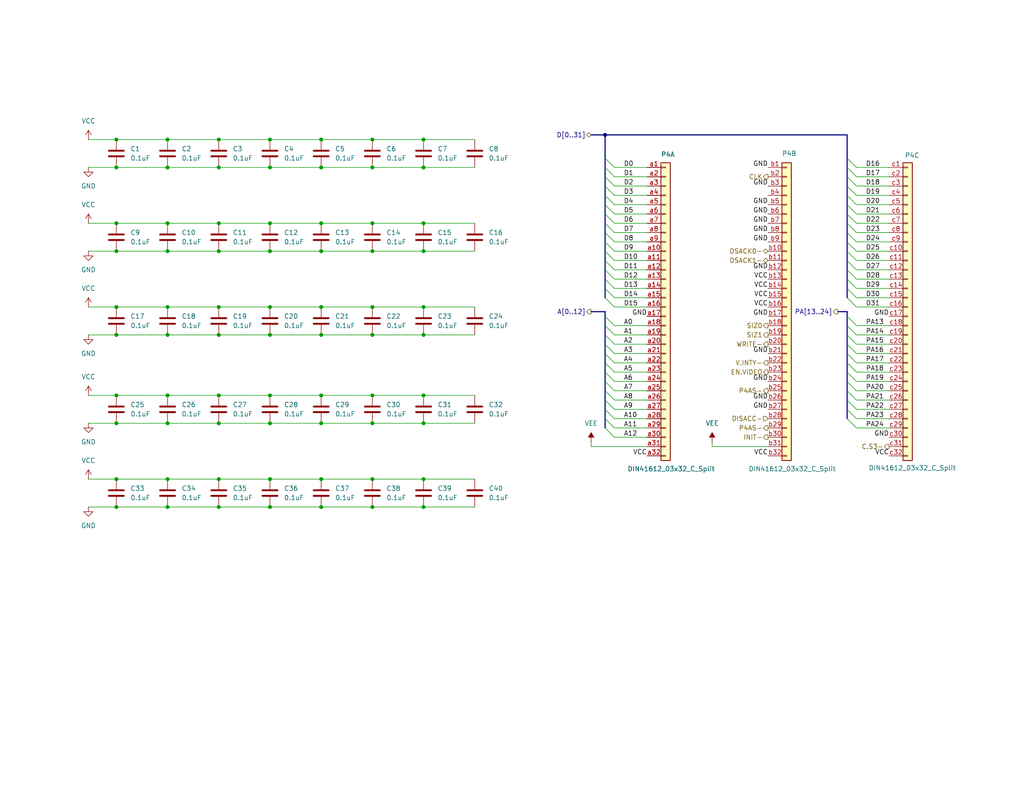
<source format=kicad_sch>
(kicad_sch (version 20250114) (generator "eeschema") (generator_version "9.0")
  (paper "USLetter")
  (lib_symbols
    (symbol "Connector:DIN41612_03x32_C_Split" (pin_names (offset 1.016) (hide yes))
      (property "Reference" "J" (at 0 40.64 0))
      (property "Value" "DIN41612_03x32_C_Split" (at 0 -43.18 0))
      (symbol "DIN41612_03x32_C_Split_1_1"
        (pin passive line (at -5.08 38.1 0) (length 3.81) (name "Pin_a1") (number "a1"))
        (pin passive line (at -5.08 35.56 0) (length 3.81) (name "Pin_a2") (number "a2"))
        (pin passive line (at -5.08 33.02 0) (length 3.81) (name "Pin_a3") (number "a3"))
        (pin passive line (at -5.08 30.48 0) (length 3.81) (name "Pin_a4") (number "a4"))
        (pin passive line (at -5.08 27.94 0) (length 3.81) (name "Pin_a5") (number "a5"))
        (pin passive line (at -5.08 25.4 0) (length 3.81) (name "Pin_a6") (number "a6"))
        (pin passive line (at -5.08 22.86 0) (length 3.81) (name "Pin_a7") (number "a7"))
        (pin passive line (at -5.08 20.32 0) (length 3.81) (name "Pin_a8") (number "a8"))
        (pin passive line (at -5.08 17.78 0) (length 3.81) (name "Pin_a9") (number "a9"))
        (pin passive line (at -5.08 15.24 0) (length 3.81) (name "Pin_a10") (number "a10"))
        (pin passive line (at -5.08 12.7 0) (length 3.81) (name "Pin_a11") (number "a11"))
        (pin passive line (at -5.08 10.16 0) (length 3.81) (name "Pin_a12") (number "a12"))
        (pin passive line (at -5.08 7.62 0) (length 3.81) (name "Pin_a13") (number "a13"))
        (pin passive line (at -5.08 5.08 0) (length 3.81) (name "Pin_a14") (number "a14"))
        (pin passive line (at -5.08 2.54 0) (length 3.81) (name "Pin_a15") (number "a15"))
        (pin passive line (at -5.08 0 0) (length 3.81) (name "Pin_a16") (number "a16"))
        (pin passive line (at -5.08 -2.54 0) (length 3.81) (name "Pin_a17") (number "a17"))
        (pin passive line (at -5.08 -5.08 0) (length 3.81) (name "Pin_a18") (number "a18"))
        (pin passive line (at -5.08 -7.62 0) (length 3.81) (name "Pin_a19") (number "a19"))
        (pin passive line (at -5.08 -10.16 0) (length 3.81) (name "Pin_a20") (number "a20"))
        (pin passive line (at -5.08 -12.7 0) (length 3.81) (name "Pin_a21") (number "a21"))
        (pin passive line (at -5.08 -15.24 0) (length 3.81) (name "Pin_a22") (number "a22"))
        (pin passive line (at -5.08 -17.78 0) (length 3.81) (name "Pin_a23") (number "a23"))
        (pin passive line (at -5.08 -20.32 0) (length 3.81) (name "Pin_a24") (number "a24"))
        (pin passive line (at -5.08 -22.86 0) (length 3.81) (name "Pin_a25") (number "a25"))
        (pin passive line (at -5.08 -25.4 0) (length 3.81) (name "Pin_a26") (number "a26"))
        (pin passive line (at -5.08 -27.94 0) (length 3.81) (name "Pin_a27") (number "a27"))
        (pin passive line (at -5.08 -30.48 0) (length 3.81) (name "Pin_a28") (number "a28"))
        (pin passive line (at -5.08 -33.02 0) (length 3.81) (name "Pin_a29") (number "a29"))
        (pin passive line (at -5.08 -35.56 0) (length 3.81) (name "Pin_a30") (number "a30"))
        (pin passive line (at -5.08 -38.1 0) (length 3.81) (name "Pin_a31") (number "a31"))
        (pin passive line (at -5.08 -40.64 0) (length 3.81) (name "Pin_a32") (number "a32"))
      )
      (symbol "DIN41612_03x32_C_Split_2_1"
        (pin passive line (at -5.08 38.1 0) (length 3.81) (name "Pin_b1") (number "b1"))
        (pin passive line (at -5.08 35.56 0) (length 3.81) (name "Pin_b2") (number "b2"))
        (pin passive line (at -5.08 33.02 0) (length 3.81) (name "Pin_b3") (number "b3"))
        (pin passive line (at -5.08 30.48 0) (length 3.81) (name "Pin_b4") (number "b4"))
        (pin passive line (at -5.08 27.94 0) (length 3.81) (name "Pin_b5") (number "b5"))
        (pin passive line (at -5.08 25.4 0) (length 3.81) (name "Pin_b6") (number "b6"))
        (pin passive line (at -5.08 22.86 0) (length 3.81) (name "Pin_b7") (number "b7"))
        (pin passive line (at -5.08 20.32 0) (length 3.81) (name "Pin_b8") (number "b8"))
        (pin passive line (at -5.08 17.78 0) (length 3.81) (name "Pin_b9") (number "b9"))
        (pin passive line (at -5.08 15.24 0) (length 3.81) (name "Pin_b10") (number "b10"))
        (pin passive line (at -5.08 12.7 0) (length 3.81) (name "Pin_b11") (number "b11"))
        (pin passive line (at -5.08 10.16 0) (length 3.81) (name "Pin_b12") (number "b12"))
        (pin passive line (at -5.08 7.62 0) (length 3.81) (name "Pin_b13") (number "b13"))
        (pin passive line (at -5.08 5.08 0) (length 3.81) (name "Pin_b14") (number "b14"))
        (pin passive line (at -5.08 2.54 0) (length 3.81) (name "Pin_b15") (number "b15"))
        (pin passive line (at -5.08 0 0) (length 3.81) (name "Pin_b16") (number "b16"))
        (pin passive line (at -5.08 -2.54 0) (length 3.81) (name "Pin_b17") (number "b17"))
        (pin passive line (at -5.08 -5.08 0) (length 3.81) (name "Pin_b18") (number "b18"))
        (pin passive line (at -5.08 -7.62 0) (length 3.81) (name "Pin_b19") (number "b19"))
        (pin passive line (at -5.08 -10.16 0) (length 3.81) (name "Pin_b20") (number "b20"))
        (pin passive line (at -5.08 -12.7 0) (length 3.81) (name "Pin_b21") (number "b21"))
        (pin passive line (at -5.08 -15.24 0) (length 3.81) (name "Pin_b22") (number "b22"))
        (pin passive line (at -5.08 -17.78 0) (length 3.81) (name "Pin_b23") (number "b23"))
        (pin passive line (at -5.08 -20.32 0) (length 3.81) (name "Pin_b24") (number "b24"))
        (pin passive line (at -5.08 -22.86 0) (length 3.81) (name "Pin_b25") (number "b25"))
        (pin passive line (at -5.08 -25.4 0) (length 3.81) (name "Pin_b26") (number "b26"))
        (pin passive line (at -5.08 -27.94 0) (length 3.81) (name "Pin_b27") (number "b27"))
        (pin passive line (at -5.08 -30.48 0) (length 3.81) (name "Pin_b28") (number "b28"))
        (pin passive line (at -5.08 -33.02 0) (length 3.81) (name "Pin_b29") (number "b29"))
        (pin passive line (at -5.08 -35.56 0) (length 3.81) (name "Pin_b30") (number "b30"))
        (pin passive line (at -5.08 -38.1 0) (length 3.81) (name "Pin_b31") (number "b31"))
        (pin passive line (at -5.08 -40.64 0) (length 3.81) (name "Pin_b32") (number "b32"))
      )
      (symbol "DIN41612_03x32_C_Split_3_1"
        (pin passive line (at -5.08 38.1 0) (length 3.81) (name "Pin_c1") (number "c1"))
        (pin passive line (at -5.08 35.56 0) (length 3.81) (name "Pin_c2") (number "c2"))
        (pin passive line (at -5.08 33.02 0) (length 3.81) (name "Pin_c3") (number "c3"))
        (pin passive line (at -5.08 30.48 0) (length 3.81) (name "Pin_c4") (number "c4"))
        (pin passive line (at -5.08 27.94 0) (length 3.81) (name "Pin_c5") (number "c5"))
        (pin passive line (at -5.08 25.4 0) (length 3.81) (name "Pin_c6") (number "c6"))
        (pin passive line (at -5.08 22.86 0) (length 3.81) (name "Pin_c7") (number "c7"))
        (pin passive line (at -5.08 20.32 0) (length 3.81) (name "Pin_c8") (number "c8"))
        (pin passive line (at -5.08 17.78 0) (length 3.81) (name "Pin_c9") (number "c9"))
        (pin passive line (at -5.08 15.24 0) (length 3.81) (name "Pin_c10") (number "c10"))
        (pin passive line (at -5.08 12.7 0) (length 3.81) (name "Pin_c11") (number "c11"))
        (pin passive line (at -5.08 10.16 0) (length 3.81) (name "Pin_c12") (number "c12"))
        (pin passive line (at -5.08 7.62 0) (length 3.81) (name "Pin_c13") (number "c13"))
        (pin passive line (at -5.08 5.08 0) (length 3.81) (name "Pin_c14") (number "c14"))
        (pin passive line (at -5.08 2.54 0) (length 3.81) (name "Pin_c15") (number "c15"))
        (pin passive line (at -5.08 0 0) (length 3.81) (name "Pin_c16") (number "c16"))
        (pin passive line (at -5.08 -2.54 0) (length 3.81) (name "Pin_c17") (number "c17"))
        (pin passive line (at -5.08 -5.08 0) (length 3.81) (name "Pin_c18") (number "c18"))
        (pin passive line (at -5.08 -7.62 0) (length 3.81) (name "Pin_c19") (number "c19"))
        (pin passive line (at -5.08 -10.16 0) (length 3.81) (name "Pin_c20") (number "c20"))
        (pin passive line (at -5.08 -12.7 0) (length 3.81) (name "Pin_c21") (number "c21"))
        (pin passive line (at -5.08 -15.24 0) (length 3.81) (name "Pin_c22") (number "c22"))
        (pin passive line (at -5.08 -17.78 0) (length 3.81) (name "Pin_c23") (number "c23"))
        (pin passive line (at -5.08 -20.32 0) (length 3.81) (name "Pin_c24") (number "c24"))
        (pin passive line (at -5.08 -22.86 0) (length 3.81) (name "Pin_c25") (number "c25"))
        (pin passive line (at -5.08 -25.4 0) (length 3.81) (name "Pin_c26") (number "c26"))
        (pin passive line (at -5.08 -27.94 0) (length 3.81) (name "Pin_c27") (number "c27"))
        (pin passive line (at -5.08 -30.48 0) (length 3.81) (name "Pin_c28") (number "c28"))
        (pin passive line (at -5.08 -33.02 0) (length 3.81) (name "Pin_c29") (number "c29"))
        (pin passive line (at -5.08 -35.56 0) (length 3.81) (name "Pin_c30") (number "c30"))
        (pin passive line (at -5.08 -38.1 0) (length 3.81) (name "Pin_c31") (number "c31"))
        (pin passive line (at -5.08 -40.64 0) (length 3.81) (name "Pin_c32") (number "c32"))
      )
    )
    (symbol "Device:C" (pin_numbers (hide yes)) (pin_names (offset 0.254))
      (property "Reference" "C" (at 0.635 2.54 0))
      (property "Value" "C" (at 0.635 -2.54 0))
      (symbol "C_1_1"
        (pin passive line (at 0 3.81 270) (length 2.794) (name "~") (number "1"))
        (pin passive line (at 0 -3.81 90) (length 2.794) (name "~") (number "2"))
      )
    )
    (symbol "power:GND" (power) (pin_numbers (hide yes)) (pin_names (offset 0) (hide yes))
      (property "Value" "GND" (at 0 -3.81 0))
      (symbol "GND_1_1"
        (pin power_in line (at 0 0 270) (length 0) (name "~") (number "1"))
      )
    )
    (symbol "power:VCC" (power) (pin_numbers (hide yes)) (pin_names (offset 0) (hide yes))
      (property "Value" "VCC" (at 0 3.556 0))
      (symbol "VCC_1_1"
        (pin power_in line (at 0 0 90) (length 0) (name "~") (number "1"))
      )
    )
    (symbol "power:VEE" (power) (pin_numbers (hide yes)) (pin_names (offset 0) (hide yes))
      (property "Value" "VEE" (at 0 3.556 0))
      (symbol "VEE_1_1"
        (pin power_in line (at 0 0 90) (length 0) (name "~") (number "1"))
      )
    )
  )
  (junction (at 31.75 83.82))
  (junction (at 59.69 38.1))
  (junction (at 31.75 68.58))
  (junction (at 45.72 107.95))
  (junction (at 59.69 68.58))
  (junction (at 115.57 60.96))
  (junction (at 45.72 68.58))
  (junction (at 73.66 91.44))
  (junction (at 31.75 91.44))
  (junction (at 87.63 115.57))
  (junction (at 101.6 115.57))
  (junction (at 59.69 138.43))
  (junction (at 59.69 45.72))
  (junction (at 115.57 45.72))
  (junction (at 73.66 83.82))
  (junction (at 73.66 115.57))
  (junction (at 59.69 130.81))
  (junction (at 87.63 107.95))
  (junction (at 59.69 91.44))
  (junction (at 59.69 107.95))
  (junction (at 101.6 68.58))
  (junction (at 73.66 60.96))
  (junction (at 31.75 60.96))
  (junction (at 101.6 38.1))
  (junction (at 115.57 107.95))
  (junction (at 45.72 130.81))
  (junction (at 45.72 83.82))
  (junction (at 101.6 138.43))
  (junction (at 87.63 91.44))
  (junction (at 73.66 45.72))
  (junction (at 87.63 60.96))
  (junction (at 115.57 68.58))
  (junction (at 115.57 83.82))
  (junction (at 115.57 130.81))
  (junction (at 115.57 115.57))
  (junction (at 45.72 38.1))
  (junction (at 115.57 138.43))
  (junction (at 73.66 130.81))
  (junction (at 87.63 130.81))
  (junction (at 73.66 38.1))
  (junction (at 59.69 115.57))
  (junction (at 87.63 83.82))
  (junction (at 45.72 138.43))
  (junction (at 87.63 138.43))
  (junction (at 31.75 45.72))
  (junction (at 87.63 45.72))
  (junction (at 101.6 91.44))
  (junction (at 31.75 107.95))
  (junction (at 73.66 68.58))
  (junction (at 31.75 138.43))
  (junction (at 101.6 130.81))
  (junction (at 87.63 68.58))
  (junction (at 87.63 38.1))
  (junction (at 45.72 115.57))
  (junction (at 59.69 83.82))
  (junction (at 59.69 60.96))
  (junction (at 101.6 60.96))
  (junction (at 73.66 138.43))
  (junction (at 45.72 45.72))
  (junction (at 115.57 38.1))
  (junction (at 115.57 91.44))
  (junction (at 31.75 115.57))
  (junction (at 31.75 38.1))
  (junction (at 101.6 107.95))
  (junction (at 31.75 130.81))
  (junction (at 45.72 91.44))
  (junction (at 165.1 36.83))
  (junction (at 101.6 83.82))
  (junction (at 73.66 107.95))
  (junction (at 45.72 60.96))
  (junction (at 101.6 45.72))
  (bus_entry (at 165.1 106.68) (size 2.54 2.54))
  (bus_entry (at 231.14 86.36) (size 2.54 2.54))
  (bus_entry (at 165.1 45.72) (size 2.54 2.54))
  (bus_entry (at 231.14 55.88) (size 2.54 2.54))
  (bus_entry (at 231.14 99.06) (size 2.54 2.54))
  (bus_entry (at 231.14 73.66) (size 2.54 2.54))
  (bus_entry (at 231.14 96.52) (size 2.54 2.54))
  (bus_entry (at 165.1 50.8) (size 2.54 2.54))
  (bus_entry (at 231.14 88.9) (size 2.54 2.54))
  (bus_entry (at 231.14 104.14) (size 2.54 2.54))
  (bus_entry (at 165.1 99.06) (size 2.54 2.54))
  (bus_entry (at 231.14 71.12) (size 2.54 2.54))
  (bus_entry (at 165.1 86.36) (size 2.54 2.54))
  (bus_entry (at 165.1 109.22) (size 2.54 2.54))
  (bus_entry (at 231.14 63.5) (size 2.54 2.54))
  (bus_entry (at 231.14 68.58) (size 2.54 2.54))
  (bus_entry (at 231.14 91.44) (size 2.54 2.54))
  (bus_entry (at 165.1 73.66) (size 2.54 2.54))
  (bus_entry (at 165.1 81.28) (size 2.54 2.54))
  (bus_entry (at 165.1 58.42) (size 2.54 2.54))
  (bus_entry (at 165.1 53.34) (size 2.54 2.54))
  (bus_entry (at 231.14 60.96) (size 2.54 2.54))
  (bus_entry (at 165.1 104.14) (size 2.54 2.54))
  (bus_entry (at 231.14 58.42) (size 2.54 2.54))
  (bus_entry (at 165.1 93.98) (size 2.54 2.54))
  (bus_entry (at 231.14 111.76) (size 2.54 2.54))
  (bus_entry (at 231.14 45.72) (size 2.54 2.54))
  (bus_entry (at 165.1 55.88) (size 2.54 2.54))
  (bus_entry (at 165.1 66.04) (size 2.54 2.54))
  (bus_entry (at 231.14 106.68) (size 2.54 2.54))
  (bus_entry (at 165.1 91.44) (size 2.54 2.54))
  (bus_entry (at 231.14 109.22) (size 2.54 2.54))
  (bus_entry (at 165.1 60.96) (size 2.54 2.54))
  (bus_entry (at 165.1 116.84) (size 2.54 2.54))
  (bus_entry (at 165.1 111.76) (size 2.54 2.54))
  (bus_entry (at 165.1 43.18) (size 2.54 2.54))
  (bus_entry (at 165.1 88.9) (size 2.54 2.54))
  (bus_entry (at 231.14 101.6) (size 2.54 2.54))
  (bus_entry (at 165.1 71.12) (size 2.54 2.54))
  (bus_entry (at 165.1 76.2) (size 2.54 2.54))
  (bus_entry (at 165.1 63.5) (size 2.54 2.54))
  (bus_entry (at 231.14 48.26) (size 2.54 2.54))
  (bus_entry (at 165.1 78.74) (size 2.54 2.54))
  (bus_entry (at 231.14 53.34) (size 2.54 2.54))
  (bus_entry (at 231.14 66.04) (size 2.54 2.54))
  (bus_entry (at 165.1 48.26) (size 2.54 2.54))
  (bus_entry (at 231.14 50.8) (size 2.54 2.54))
  (bus_entry (at 165.1 114.3) (size 2.54 2.54))
  (bus_entry (at 231.14 78.74) (size 2.54 2.54))
  (bus_entry (at 231.14 93.98) (size 2.54 2.54))
  (bus_entry (at 165.1 96.52) (size 2.54 2.54))
  (bus_entry (at 231.14 76.2) (size 2.54 2.54))
  (bus_entry (at 231.14 81.28) (size 2.54 2.54))
  (bus_entry (at 231.14 43.18) (size 2.54 2.54))
  (bus_entry (at 165.1 68.58) (size 2.54 2.54))
  (bus_entry (at 231.14 114.3) (size 2.54 2.54))
  (bus_entry (at 165.1 101.6) (size 2.54 2.54))
  (wire (pts (xy 73.66 60.96) (xy 87.63 60.96)))
  (bus (pts (xy 231.14 85.09) (xy 231.14 86.36)))
  (wire (pts (xy 31.75 115.57) (xy 45.72 115.57)))
  (wire (pts (xy 101.6 138.43) (xy 115.57 138.43)))
  (bus (pts (xy 165.1 96.52) (xy 165.1 99.06)))
  (wire (pts (xy 233.68 66.04) (xy 242.57 66.04)))
  (bus (pts (xy 165.1 86.36) (xy 165.1 88.9)))
  (wire (pts (xy 31.75 107.95) (xy 45.72 107.95)))
  (wire (pts (xy 115.57 38.1) (xy 129.54 38.1)))
  (bus (pts (xy 165.1 76.2) (xy 165.1 78.74)))
  (bus (pts (xy 165.1 99.06) (xy 165.1 101.6)))
  (wire (pts (xy 24.13 115.57) (xy 31.75 115.57)))
  (wire (pts (xy 167.64 63.5) (xy 176.53 63.5)))
  (wire (pts (xy 73.66 38.1) (xy 87.63 38.1)))
  (bus (pts (xy 165.1 106.68) (xy 165.1 109.22)))
  (bus (pts (xy 231.14 93.98) (xy 231.14 96.52)))
  (wire (pts (xy 167.64 116.84) (xy 176.53 116.84)))
  (wire (pts (xy 167.64 66.04) (xy 176.53 66.04)))
  (bus (pts (xy 231.14 109.22) (xy 231.14 111.76)))
  (bus (pts (xy 231.14 43.18) (xy 231.14 45.72)))
  (wire (pts (xy 167.64 53.34) (xy 176.53 53.34)))
  (wire (pts (xy 115.57 68.58) (xy 129.54 68.58)))
  (bus (pts (xy 231.14 104.14) (xy 231.14 106.68)))
  (wire (pts (xy 31.75 68.58) (xy 45.72 68.58)))
  (wire (pts (xy 194.31 120.65) (xy 194.31 121.92)))
  (bus (pts (xy 231.14 63.5) (xy 231.14 66.04)))
  (bus (pts (xy 228.6 85.09) (xy 231.14 85.09)))
  (wire (pts (xy 59.69 91.44) (xy 73.66 91.44)))
  (wire (pts (xy 167.64 111.76) (xy 176.53 111.76)))
  (bus (pts (xy 165.1 58.42) (xy 165.1 60.96)))
  (bus (pts (xy 231.14 48.26) (xy 231.14 50.8)))
  (wire (pts (xy 167.64 99.06) (xy 176.53 99.06)))
  (wire (pts (xy 115.57 138.43) (xy 129.54 138.43)))
  (wire (pts (xy 233.68 73.66) (xy 242.57 73.66)))
  (wire (pts (xy 45.72 45.72) (xy 59.69 45.72)))
  (wire (pts (xy 73.66 91.44) (xy 87.63 91.44)))
  (wire (pts (xy 233.68 93.98) (xy 242.57 93.98)))
  (wire (pts (xy 167.64 71.12) (xy 176.53 71.12)))
  (bus (pts (xy 165.1 60.96) (xy 165.1 63.5)))
  (wire (pts (xy 233.68 63.5) (xy 242.57 63.5)))
  (bus (pts (xy 231.14 68.58) (xy 231.14 71.12)))
  (bus (pts (xy 165.1 36.83) (xy 231.14 36.83)))
  (wire (pts (xy 101.6 38.1) (xy 115.57 38.1)))
  (wire (pts (xy 233.68 111.76) (xy 242.57 111.76)))
  (bus (pts (xy 165.1 48.26) (xy 165.1 50.8)))
  (wire (pts (xy 167.64 60.96) (xy 176.53 60.96)))
  (bus (pts (xy 165.1 88.9) (xy 165.1 91.44)))
  (wire (pts (xy 167.64 101.6) (xy 176.53 101.6)))
  (wire (pts (xy 24.13 107.95) (xy 31.75 107.95)))
  (wire (pts (xy 73.66 115.57) (xy 87.63 115.57)))
  (wire (pts (xy 101.6 83.82) (xy 115.57 83.82)))
  (wire (pts (xy 101.6 130.81) (xy 115.57 130.81)))
  (wire (pts (xy 45.72 115.57) (xy 59.69 115.57)))
  (wire (pts (xy 45.72 107.95) (xy 59.69 107.95)))
  (wire (pts (xy 233.68 71.12) (xy 242.57 71.12)))
  (bus (pts (xy 231.14 91.44) (xy 231.14 93.98)))
  (wire (pts (xy 233.68 81.28) (xy 242.57 81.28)))
  (bus (pts (xy 165.1 45.72) (xy 165.1 48.26)))
  (wire (pts (xy 59.69 107.95) (xy 73.66 107.95)))
  (wire (pts (xy 31.75 83.82) (xy 45.72 83.82)))
  (bus (pts (xy 231.14 99.06) (xy 231.14 101.6)))
  (wire (pts (xy 87.63 83.82) (xy 101.6 83.82)))
  (wire (pts (xy 59.69 83.82) (xy 73.66 83.82)))
  (wire (pts (xy 45.72 91.44) (xy 59.69 91.44)))
  (bus (pts (xy 165.1 53.34) (xy 165.1 55.88)))
  (wire (pts (xy 24.13 130.81) (xy 31.75 130.81)))
  (wire (pts (xy 167.64 48.26) (xy 176.53 48.26)))
  (wire (pts (xy 87.63 38.1) (xy 101.6 38.1)))
  (wire (pts (xy 167.64 119.38) (xy 176.53 119.38)))
  (wire (pts (xy 115.57 107.95) (xy 129.54 107.95)))
  (bus (pts (xy 231.14 36.83) (xy 231.14 43.18)))
  (wire (pts (xy 167.64 50.8) (xy 176.53 50.8)))
  (wire (pts (xy 101.6 60.96) (xy 115.57 60.96)))
  (wire (pts (xy 24.13 60.96) (xy 31.75 60.96)))
  (wire (pts (xy 73.66 68.58) (xy 87.63 68.58)))
  (wire (pts (xy 167.64 96.52) (xy 176.53 96.52)))
  (bus (pts (xy 231.14 66.04) (xy 231.14 68.58)))
  (wire (pts (xy 59.69 45.72) (xy 73.66 45.72)))
  (wire (pts (xy 87.63 60.96) (xy 101.6 60.96)))
  (wire (pts (xy 233.68 76.2) (xy 242.57 76.2)))
  (wire (pts (xy 233.68 78.74) (xy 242.57 78.74)))
  (bus (pts (xy 231.14 50.8) (xy 231.14 53.34)))
  (bus (pts (xy 165.1 36.83) (xy 165.1 43.18)))
  (wire (pts (xy 115.57 91.44) (xy 129.54 91.44)))
  (wire (pts (xy 233.68 60.96) (xy 242.57 60.96)))
  (wire (pts (xy 31.75 45.72) (xy 45.72 45.72)))
  (wire (pts (xy 233.68 114.3) (xy 242.57 114.3)))
  (wire (pts (xy 45.72 83.82) (xy 59.69 83.82)))
  (wire (pts (xy 24.13 68.58) (xy 31.75 68.58)))
  (bus (pts (xy 231.14 73.66) (xy 231.14 76.2)))
  (bus (pts (xy 165.1 93.98) (xy 165.1 96.52)))
  (wire (pts (xy 87.63 68.58) (xy 101.6 68.58)))
  (wire (pts (xy 233.68 104.14) (xy 242.57 104.14)))
  (wire (pts (xy 167.64 45.72) (xy 176.53 45.72)))
  (bus (pts (xy 231.14 86.36) (xy 231.14 88.9)))
  (wire (pts (xy 87.63 130.81) (xy 101.6 130.81)))
  (bus (pts (xy 231.14 71.12) (xy 231.14 73.66)))
  (wire (pts (xy 209.55 121.92) (xy 194.31 121.92)))
  (bus (pts (xy 161.29 85.09) (xy 165.1 85.09)))
  (wire (pts (xy 167.64 78.74) (xy 176.53 78.74)))
  (bus (pts (xy 165.1 111.76) (xy 165.1 114.3)))
  (wire (pts (xy 24.13 83.82) (xy 31.75 83.82)))
  (wire (pts (xy 31.75 91.44) (xy 45.72 91.44)))
  (wire (pts (xy 167.64 55.88) (xy 176.53 55.88)))
  (wire (pts (xy 233.68 116.84) (xy 242.57 116.84)))
  (wire (pts (xy 233.68 99.06) (xy 242.57 99.06)))
  (wire (pts (xy 233.68 68.58) (xy 242.57 68.58)))
  (wire (pts (xy 24.13 38.1) (xy 31.75 38.1)))
  (bus (pts (xy 165.1 91.44) (xy 165.1 93.98)))
  (wire (pts (xy 233.68 53.34) (xy 242.57 53.34)))
  (wire (pts (xy 115.57 115.57) (xy 129.54 115.57)))
  (wire (pts (xy 161.29 121.92) (xy 161.29 120.65)))
  (wire (pts (xy 233.68 45.72) (xy 242.57 45.72)))
  (bus (pts (xy 165.1 55.88) (xy 165.1 58.42)))
  (wire (pts (xy 233.68 106.68) (xy 242.57 106.68)))
  (wire (pts (xy 31.75 38.1) (xy 45.72 38.1)))
  (wire (pts (xy 115.57 60.96) (xy 129.54 60.96)))
  (wire (pts (xy 167.64 106.68) (xy 176.53 106.68)))
  (wire (pts (xy 73.66 83.82) (xy 87.63 83.82)))
  (bus (pts (xy 165.1 71.12) (xy 165.1 73.66)))
  (wire (pts (xy 59.69 138.43) (xy 73.66 138.43)))
  (bus (pts (xy 231.14 106.68) (xy 231.14 109.22)))
  (wire (pts (xy 176.53 121.92) (xy 161.29 121.92)))
  (wire (pts (xy 73.66 107.95) (xy 87.63 107.95)))
  (wire (pts (xy 45.72 130.81) (xy 59.69 130.81)))
  (wire (pts (xy 167.64 93.98) (xy 176.53 93.98)))
  (wire (pts (xy 59.69 60.96) (xy 73.66 60.96)))
  (bus (pts (xy 231.14 60.96) (xy 231.14 63.5)))
  (bus (pts (xy 231.14 55.88) (xy 231.14 58.42)))
  (bus (pts (xy 165.1 78.74) (xy 165.1 81.28)))
  (wire (pts (xy 233.68 88.9) (xy 242.57 88.9)))
  (bus (pts (xy 165.1 73.66) (xy 165.1 76.2)))
  (wire (pts (xy 45.72 68.58) (xy 59.69 68.58)))
  (bus (pts (xy 165.1 114.3) (xy 165.1 116.84)))
  (bus (pts (xy 231.14 76.2) (xy 231.14 78.74)))
  (wire (pts (xy 167.64 91.44) (xy 176.53 91.44)))
  (wire (pts (xy 167.64 81.28) (xy 176.53 81.28)))
  (wire (pts (xy 167.64 68.58) (xy 176.53 68.58)))
  (wire (pts (xy 59.69 130.81) (xy 73.66 130.81)))
  (wire (pts (xy 233.68 101.6) (xy 242.57 101.6)))
  (wire (pts (xy 31.75 130.81) (xy 45.72 130.81)))
  (wire (pts (xy 24.13 138.43) (xy 31.75 138.43)))
  (wire (pts (xy 233.68 96.52) (xy 242.57 96.52)))
  (bus (pts (xy 165.1 43.18) (xy 165.1 45.72)))
  (bus (pts (xy 231.14 58.42) (xy 231.14 60.96)))
  (wire (pts (xy 115.57 83.82) (xy 129.54 83.82)))
  (wire (pts (xy 24.13 45.72) (xy 31.75 45.72)))
  (wire (pts (xy 167.64 83.82) (xy 176.53 83.82)))
  (wire (pts (xy 167.64 109.22) (xy 176.53 109.22)))
  (wire (pts (xy 87.63 91.44) (xy 101.6 91.44)))
  (bus (pts (xy 165.1 104.14) (xy 165.1 106.68)))
  (wire (pts (xy 101.6 91.44) (xy 115.57 91.44)))
  (bus (pts (xy 231.14 53.34) (xy 231.14 55.88)))
  (wire (pts (xy 167.64 76.2) (xy 176.53 76.2)))
  (wire (pts (xy 59.69 115.57) (xy 73.66 115.57)))
  (wire (pts (xy 73.66 138.43) (xy 87.63 138.43)))
  (wire (pts (xy 31.75 60.96) (xy 45.72 60.96)))
  (bus (pts (xy 165.1 68.58) (xy 165.1 71.12)))
  (wire (pts (xy 45.72 138.43) (xy 59.69 138.43)))
  (wire (pts (xy 167.64 88.9) (xy 176.53 88.9)))
  (wire (pts (xy 87.63 138.43) (xy 101.6 138.43)))
  (bus (pts (xy 231.14 78.74) (xy 231.14 81.28)))
  (bus (pts (xy 231.14 45.72) (xy 231.14 48.26)))
  (wire (pts (xy 87.63 107.95) (xy 101.6 107.95)))
  (bus (pts (xy 165.1 85.09) (xy 165.1 86.36)))
  (wire (pts (xy 233.68 55.88) (xy 242.57 55.88)))
  (wire (pts (xy 233.68 83.82) (xy 242.57 83.82)))
  (wire (pts (xy 59.69 68.58) (xy 73.66 68.58)))
  (wire (pts (xy 167.64 114.3) (xy 176.53 114.3)))
  (wire (pts (xy 101.6 107.95) (xy 115.57 107.95)))
  (wire (pts (xy 167.64 73.66) (xy 176.53 73.66)))
  (wire (pts (xy 31.75 138.43) (xy 45.72 138.43)))
  (wire (pts (xy 24.13 91.44) (xy 31.75 91.44)))
  (wire (pts (xy 233.68 109.22) (xy 242.57 109.22)))
  (wire (pts (xy 45.72 60.96) (xy 59.69 60.96)))
  (wire (pts (xy 87.63 115.57) (xy 101.6 115.57)))
  (bus (pts (xy 165.1 66.04) (xy 165.1 68.58)))
  (wire (pts (xy 59.69 38.1) (xy 73.66 38.1)))
  (wire (pts (xy 101.6 45.72) (xy 115.57 45.72)))
  (bus (pts (xy 231.14 111.76) (xy 231.14 114.3)))
  (bus (pts (xy 165.1 109.22) (xy 165.1 111.76)))
  (bus (pts (xy 165.1 101.6) (xy 165.1 104.14)))
  (wire (pts (xy 73.66 130.81) (xy 87.63 130.81)))
  (wire (pts (xy 115.57 45.72) (xy 129.54 45.72)))
  (bus (pts (xy 161.29 36.83) (xy 165.1 36.83)))
  (wire (pts (xy 233.68 91.44) (xy 242.57 91.44)))
  (wire (pts (xy 73.66 45.72) (xy 87.63 45.72)))
  (wire (pts (xy 45.72 38.1) (xy 59.69 38.1)))
  (wire (pts (xy 233.68 50.8) (xy 242.57 50.8)))
  (wire (pts (xy 115.57 130.81) (xy 129.54 130.81)))
  (wire (pts (xy 87.63 45.72) (xy 101.6 45.72)))
  (bus (pts (xy 231.14 88.9) (xy 231.14 91.44)))
  (wire (pts (xy 233.68 58.42) (xy 242.57 58.42)))
  (wire (pts (xy 233.68 48.26) (xy 242.57 48.26)))
  (wire (pts (xy 167.64 58.42) (xy 176.53 58.42)))
  (wire (pts (xy 101.6 68.58) (xy 115.57 68.58)))
  (bus (pts (xy 231.14 101.6) (xy 231.14 104.14)))
  (wire (pts (xy 101.6 115.57) (xy 115.57 115.57)))
  (bus (pts (xy 165.1 63.5) (xy 165.1 66.04)))
  (bus (pts (xy 231.14 96.52) (xy 231.14 99.06)))
  (bus (pts (xy 165.1 50.8) (xy 165.1 53.34)))
  (wire (pts (xy 167.64 104.14) (xy 176.53 104.14)))
  (label "D15" (at 170.18 83.82 0))
  (label "D0" (at 170.18 45.72 0))
  (label "A12" (at 170.18 119.38 0))
  (label "VCC" (at 242.57 124.46 180))
  (label "D29" (at 236.22 78.74 0))
  (label "GND" (at 209.55 86.36 180))
  (label "D24" (at 236.22 66.04 0))
  (label "D25" (at 236.22 68.58 0))
  (label "A2" (at 170.18 93.98 0))
  (label "GND" (at 176.53 86.36 180))
  (label "D18" (at 236.22 50.8 0))
  (label "D3" (at 170.18 53.34 0))
  (label "GND" (at 209.55 111.76 180))
  (label "D4" (at 170.18 55.88 0))
  (label "PA20" (at 236.22 106.68 0))
  (label "GND" (at 209.55 66.04 180))
  (label "PA19" (at 236.22 104.14 0))
  (label "A10" (at 170.18 114.3 0))
  (label "VCC" (at 209.55 76.2 180))
  (label "D10" (at 170.18 71.12 0))
  (label "PA21" (at 236.22 109.22 0))
  (label "GND" (at 209.55 60.96 180))
  (label "VCC" (at 209.55 83.82 180))
  (label "A7" (at 170.18 106.68 0))
  (label "A4" (at 170.18 99.06 0))
  (label "D9" (at 170.18 68.58 0))
  (label "A5" (at 170.18 101.6 0))
  (label "D28" (at 236.22 76.2 0))
  (label "A0" (at 170.18 88.9 0))
  (label "D16" (at 236.22 45.72 0))
  (label "PA17" (at 236.22 99.06 0))
  (label "PA18" (at 236.22 101.6 0))
  (label "D19" (at 236.22 53.34 0))
  (label "PA16" (at 236.22 96.52 0))
  (label "PA13" (at 236.22 88.9 0))
  (label "D31" (at 236.22 83.82 0))
  (label "PA15" (at 236.22 93.98 0))
  (label "D2" (at 170.18 50.8 0))
  (label "VCC" (at 176.53 124.46 180))
  (label "D12" (at 170.18 76.2 0))
  (label "GND" (at 209.55 63.5 180))
  (label "PA24" (at 236.22 116.84 0))
  (label "A9" (at 170.18 111.76 0))
  (label "D14" (at 170.18 81.28 0))
  (label "A1" (at 170.18 91.44 0))
  (label "D1" (at 170.18 48.26 0))
  (label "GND" (at 209.55 104.14 180))
  (label "GND" (at 242.57 86.36 180))
  (label "D20" (at 236.22 55.88 0))
  (label "PA22" (at 236.22 111.76 0))
  (label "PA14" (at 236.22 91.44 0))
  (label "D11" (at 170.18 73.66 0))
  (label "PA23" (at 236.22 114.3 0))
  (label "GND" (at 209.55 58.42 180))
  (label "D5" (at 170.18 58.42 0))
  (label "GND" (at 209.55 55.88 180))
  (label "A11" (at 170.18 116.84 0))
  (label "D30" (at 236.22 81.28 0))
  (label "D27" (at 236.22 73.66 0))
  (label "D23" (at 236.22 63.5 0))
  (label "D6" (at 170.18 60.96 0))
  (label "GND" (at 209.55 45.72 180))
  (label "D21" (at 236.22 58.42 0))
  (label "GND" (at 209.55 50.8 180))
  (label "VCC" (at 209.55 78.74 180))
  (label "D26" (at 236.22 71.12 0))
  (label "GND" (at 209.55 109.22 180))
  (label "D13" (at 170.18 78.74 0))
  (label "D17" (at 236.22 48.26 0))
  (label "A8" (at 170.18 109.22 0))
  (label "D7" (at 170.18 63.5 0))
  (label "A3" (at 170.18 96.52 0))
  (label "GND" (at 242.57 119.38 180))
  (label "A6" (at 170.18 104.14 0))
  (label "D8" (at 170.18 66.04 0))
  (label "D22" (at 236.22 60.96 0))
  (label "VCC" (at 209.55 124.46 180))
  (label "GND" (at 209.55 96.52 180))
  (label "VCC" (at 209.55 81.28 180))
  (label "GND" (at 209.55 73.66 180))
  (hierarchical_label "P4AS-" (shape output) (at 209.55 116.84 180))
  (hierarchical_label "SIZ1" (shape output) (at 209.55 91.44 180))
  (hierarchical_label "P4AS-" (shape output) (at 209.55 106.68 180))
  (hierarchical_label "DSACK1-" (shape bidirectional) (at 209.55 71.12 180))
  (hierarchical_label "V.INTY-" (shape output) (at 209.55 99.06 180))
  (hierarchical_label "SIZ0" (shape output) (at 209.55 88.9 180))
  (hierarchical_label "DSACK0-" (shape bidirectional) (at 209.55 68.58 180))
  (hierarchical_label "DISACC-" (shape input) (at 209.55 114.3 180))
  (hierarchical_label "EN.VIDEO" (shape output) (at 209.55 101.6 180))
  (hierarchical_label "INIT-" (shape output) (at 209.55 119.38 180))
  (hierarchical_label "C.S3-" (shape output) (at 242.57 121.92 180))
  (hierarchical_label "WRITE-" (shape output) (at 209.55 93.98 180))
  (hierarchical_label "PA[13..24]" (shape output) (at 228.6 85.09 180))
  (hierarchical_label "D[0..31]" (shape bidirectional) (at 161.29 36.83 180))
  (hierarchical_label "A[0..12]" (shape output) (at 161.29 85.09 180))
  (hierarchical_label "CLK" (shape output) (at 209.55 48.26 180))
  (symbol (lib_id "Device:C") (at 115.57 134.62 0) (unit 1)
    (property "Reference" "C39" (at 119.38 133.3499 0) (effects (justify left)))
    (property "Value" "0.1uF" (at 119.38 135.8899 0) (effects (justify left)))
    (property "Footprint" "Capacitor_THT:C_Rect_L7.0mm_W2.0mm_P5.00mm" (effects (hide yes)))
    (property "Description" "Unpolarized capacitor" (effects (hide yes)))
  )
  (symbol (lib_id "power:GND") (at 24.13 91.44 0) (unit 1)
    (property "Reference" "#PWR010" (effects (hide yes)))
    (property "Value" "GND" (at 24.13 96.52 0))
    (property "Description" "Power symbol creates a global label with name \"GND\" , ground" (effects (hide yes)))
  )
  (symbol (lib_id "power:GND") (at 24.13 115.57 0) (unit 1)
    (property "Reference" "#PWR012" (effects (hide yes)))
    (property "Value" "GND" (at 24.13 120.65 0))
    (property "Description" "Power symbol creates a global label with name \"GND\" , ground" (effects (hide yes)))
  )
  (symbol (lib_id "Device:C") (at 31.75 41.91 0) (unit 1)
    (property "Reference" "C1" (at 35.56 40.6399 0) (effects (justify left)))
    (property "Value" "0.1uF" (at 35.56 43.1799 0) (effects (justify left)))
    (property "Footprint" "Capacitor_THT:C_Rect_L7.0mm_W2.0mm_P5.00mm" (effects (hide yes)))
    (property "Description" "Unpolarized capacitor" (effects (hide yes)))
  )
  (symbol (lib_id "Device:C") (at 73.66 111.76 0) (unit 1)
    (property "Reference" "C28" (at 77.47 110.4899 0) (effects (justify left)))
    (property "Value" "0.1uF" (at 77.47 113.0299 0) (effects (justify left)))
    (property "Footprint" "Capacitor_THT:C_Rect_L7.0mm_W2.0mm_P5.00mm" (effects (hide yes)))
    (property "Description" "Unpolarized capacitor" (effects (hide yes)))
  )
  (symbol (lib_id "Device:C") (at 73.66 87.63 0) (unit 1)
    (property "Reference" "C20" (at 77.47 86.3599 0) (effects (justify left)))
    (property "Value" "0.1uF" (at 77.47 88.8999 0) (effects (justify left)))
    (property "Footprint" "Capacitor_THT:C_Rect_L7.0mm_W2.0mm_P5.00mm" (effects (hide yes)))
    (property "Description" "Unpolarized capacitor" (effects (hide yes)))
  )
  (symbol (lib_id "Device:C") (at 115.57 111.76 0) (unit 1)
    (property "Reference" "C31" (at 119.38 110.4899 0) (effects (justify left)))
    (property "Value" "0.1uF" (at 119.38 113.0299 0) (effects (justify left)))
    (property "Footprint" "Capacitor_THT:C_Rect_L7.0mm_W2.0mm_P5.00mm" (effects (hide yes)))
    (property "Description" "Unpolarized capacitor" (effects (hide yes)))
  )
  (symbol (lib_id "Connector:DIN41612_03x32_C_Split") (at 247.65 83.82 0) (unit 3)
    (property "Reference" "P4" (at 246.888 42.418 0) (effects (justify left)))
    (property "Value" "DIN41612_03x32_C_Split" (at 236.982 127.762 0) (effects (justify left)))
    (property "Footprint" "Connector_DIN:DIN41612_R_3x32_Male_Vertical_THT" (effects (hide yes)))
    (property "Description" "DIN41612 connector, triple row (C), 03x32, split symbol" (effects (hide yes)))
  )
  (symbol (lib_id "power:VCC") (at 24.13 60.96 0) (unit 1)
    (property "Reference" "#PWR07" (effects (hide yes)))
    (property "Value" "VCC" (at 24.13 55.88 0))
    (property "Description" "Power symbol creates a global label with name \"VCC\"" (effects (hide yes)))
  )
  (symbol (lib_id "Device:C") (at 101.6 134.62 0) (unit 1)
    (property "Reference" "C38" (at 105.41 133.3499 0) (effects (justify left)))
    (property "Value" "0.1uF" (at 105.41 135.8899 0) (effects (justify left)))
    (property "Footprint" "Capacitor_THT:C_Rect_L7.0mm_W2.0mm_P5.00mm" (effects (hide yes)))
    (property "Description" "Unpolarized capacitor" (effects (hide yes)))
  )
  (symbol (lib_id "Device:C") (at 87.63 64.77 0) (unit 1)
    (property "Reference" "C13" (at 91.44 63.4999 0) (effects (justify left)))
    (property "Value" "0.1uF" (at 91.44 66.0399 0) (effects (justify left)))
    (property "Footprint" "Capacitor_THT:C_Rect_L7.0mm_W2.0mm_P5.00mm" (effects (hide yes)))
    (property "Description" "Unpolarized capacitor" (effects (hide yes)))
  )
  (symbol (lib_id "Device:C") (at 87.63 111.76 0) (unit 1)
    (property "Reference" "C29" (at 91.44 110.4899 0) (effects (justify left)))
    (property "Value" "0.1uF" (at 91.44 113.0299 0) (effects (justify left)))
    (property "Footprint" "Capacitor_THT:C_Rect_L7.0mm_W2.0mm_P5.00mm" (effects (hide yes)))
    (property "Description" "Unpolarized capacitor" (effects (hide yes)))
  )
  (symbol (lib_id "Device:C") (at 59.69 64.77 0) (unit 1)
    (property "Reference" "C11" (at 63.5 63.4999 0) (effects (justify left)))
    (property "Value" "0.1uF" (at 63.5 66.0399 0) (effects (justify left)))
    (property "Footprint" "Capacitor_THT:C_Rect_L7.0mm_W2.0mm_P5.00mm" (effects (hide yes)))
    (property "Description" "Unpolarized capacitor" (effects (hide yes)))
  )
  (symbol (lib_id "Device:C") (at 129.54 111.76 0) (unit 1)
    (property "Reference" "C32" (at 133.35 110.4899 0) (effects (justify left)))
    (property "Value" "0.1uF" (at 133.35 113.0299 0) (effects (justify left)))
    (property "Footprint" "Capacitor_THT:C_Rect_L7.0mm_W2.0mm_P5.00mm" (effects (hide yes)))
    (property "Description" "Unpolarized capacitor" (effects (hide yes)))
  )
  (symbol (lib_id "Device:C") (at 59.69 134.62 0) (unit 1)
    (property "Reference" "C35" (at 63.5 133.3499 0) (effects (justify left)))
    (property "Value" "0.1uF" (at 63.5 135.8899 0) (effects (justify left)))
    (property "Footprint" "Capacitor_THT:C_Rect_L7.0mm_W2.0mm_P5.00mm" (effects (hide yes)))
    (property "Description" "Unpolarized capacitor" (effects (hide yes)))
  )
  (symbol (lib_id "Device:C") (at 101.6 87.63 0) (unit 1)
    (property "Reference" "C22" (at 105.41 86.3599 0) (effects (justify left)))
    (property "Value" "0.1uF" (at 105.41 88.8999 0) (effects (justify left)))
    (property "Footprint" "Capacitor_THT:C_Rect_L7.0mm_W2.0mm_P5.00mm" (effects (hide yes)))
    (property "Description" "Unpolarized capacitor" (effects (hide yes)))
  )
  (symbol (lib_id "Device:C") (at 129.54 134.62 0) (unit 1)
    (property "Reference" "C40" (at 133.35 133.3499 0) (effects (justify left)))
    (property "Value" "0.1uF" (at 133.35 135.8899 0) (effects (justify left)))
    (property "Footprint" "Capacitor_THT:C_Rect_L7.0mm_W2.0mm_P5.00mm" (effects (hide yes)))
    (property "Description" "Unpolarized capacitor" (effects (hide yes)))
  )
  (symbol (lib_id "power:VCC") (at 24.13 38.1 0) (unit 1)
    (property "Reference" "#PWR06" (effects (hide yes)))
    (property "Value" "VCC" (at 24.13 33.02 0))
    (property "Description" "Power symbol creates a global label with name \"VCC\"" (effects (hide yes)))
  )
  (symbol (lib_id "Connector:DIN41612_03x32_C_Split") (at 181.61 83.82 0) (unit 1)
    (property "Reference" "P4" (at 180.34 42.164 0) (effects (justify left)))
    (property "Value" "DIN41612_03x32_C_Split" (at 171.196 128.016 0) (effects (justify left)))
    (property "Footprint" "Connector_DIN:DIN41612_R_3x32_Male_Vertical_THT" (effects (hide yes)))
    (property "Description" "DIN41612 connector, triple row (C), 03x32, split symbol" (effects (hide yes)))
  )
  (symbol (lib_id "Device:C") (at 115.57 64.77 0) (unit 1)
    (property "Reference" "C15" (at 119.38 63.4999 0) (effects (justify left)))
    (property "Value" "0.1uF" (at 119.38 66.0399 0) (effects (justify left)))
    (property "Footprint" "Capacitor_THT:C_Rect_L7.0mm_W2.0mm_P5.00mm" (effects (hide yes)))
    (property "Description" "Unpolarized capacitor" (effects (hide yes)))
  )
  (symbol (lib_id "Device:C") (at 101.6 111.76 0) (unit 1)
    (property "Reference" "C30" (at 105.41 110.4899 0) (effects (justify left)))
    (property "Value" "0.1uF" (at 105.41 113.0299 0) (effects (justify left)))
    (property "Footprint" "Capacitor_THT:C_Rect_L7.0mm_W2.0mm_P5.00mm" (effects (hide yes)))
    (property "Description" "Unpolarized capacitor" (effects (hide yes)))
  )
  (symbol (lib_id "Device:C") (at 45.72 134.62 0) (unit 1)
    (property "Reference" "C34" (at 49.53 133.3499 0) (effects (justify left)))
    (property "Value" "0.1uF" (at 49.53 135.8899 0) (effects (justify left)))
    (property "Footprint" "Capacitor_THT:C_Rect_L7.0mm_W2.0mm_P5.00mm" (effects (hide yes)))
    (property "Description" "Unpolarized capacitor" (effects (hide yes)))
  )
  (symbol (lib_id "power:VEE") (at 161.29 120.65 0) (unit 1)
    (property "Reference" "#PWR015" (effects (hide yes)))
    (property "Value" "VEE" (at 161.29 115.57 0))
    (property "Description" "Power symbol creates a global label with name \"VEE\"" (effects (hide yes)))
  )
  (symbol (lib_id "Device:C") (at 59.69 111.76 0) (unit 1)
    (property "Reference" "C27" (at 63.5 110.4899 0) (effects (justify left)))
    (property "Value" "0.1uF" (at 63.5 113.0299 0) (effects (justify left)))
    (property "Footprint" "Capacitor_THT:C_Rect_L7.0mm_W2.0mm_P5.00mm" (effects (hide yes)))
    (property "Description" "Unpolarized capacitor" (effects (hide yes)))
  )
  (symbol (lib_id "Device:C") (at 101.6 41.91 0) (unit 1)
    (property "Reference" "C6" (at 105.41 40.6399 0) (effects (justify left)))
    (property "Value" "0.1uF" (at 105.41 43.1799 0) (effects (justify left)))
    (property "Footprint" "Capacitor_THT:C_Rect_L7.0mm_W2.0mm_P5.00mm" (effects (hide yes)))
    (property "Description" "Unpolarized capacitor" (effects (hide yes)))
  )
  (symbol (lib_id "power:GND") (at 24.13 138.43 0) (unit 1)
    (property "Reference" "#PWR014" (effects (hide yes)))
    (property "Value" "GND" (at 24.13 143.51 0))
    (property "Description" "Power symbol creates a global label with name \"GND\" , ground" (effects (hide yes)))
  )
  (symbol (lib_id "Device:C") (at 115.57 41.91 0) (unit 1)
    (property "Reference" "C7" (at 119.38 40.6399 0) (effects (justify left)))
    (property "Value" "0.1uF" (at 119.38 43.1799 0) (effects (justify left)))
    (property "Footprint" "Capacitor_THT:C_Rect_L7.0mm_W2.0mm_P5.00mm" (effects (hide yes)))
    (property "Description" "Unpolarized capacitor" (effects (hide yes)))
  )
  (symbol (lib_id "power:GND") (at 24.13 45.72 0) (unit 1)
    (property "Reference" "#PWR05" (effects (hide yes)))
    (property "Value" "GND" (at 24.13 50.8 0))
    (property "Description" "Power symbol creates a global label with name \"GND\" , ground" (effects (hide yes)))
  )
  (symbol (lib_id "Device:C") (at 73.66 64.77 0) (unit 1)
    (property "Reference" "C12" (at 77.47 63.4999 0) (effects (justify left)))
    (property "Value" "0.1uF" (at 77.47 66.0399 0) (effects (justify left)))
    (property "Footprint" "Capacitor_THT:C_Rect_L7.0mm_W2.0mm_P5.00mm" (effects (hide yes)))
    (property "Description" "Unpolarized capacitor" (effects (hide yes)))
  )
  (symbol (lib_id "power:VCC") (at 24.13 83.82 0) (unit 1)
    (property "Reference" "#PWR09" (effects (hide yes)))
    (property "Value" "VCC" (at 24.13 78.74 0))
    (property "Description" "Power symbol creates a global label with name \"VCC\"" (effects (hide yes)))
  )
  (symbol (lib_id "Device:C") (at 87.63 134.62 0) (unit 1)
    (property "Reference" "C37" (at 91.44 133.3499 0) (effects (justify left)))
    (property "Value" "0.1uF" (at 91.44 135.8899 0) (effects (justify left)))
    (property "Footprint" "Capacitor_THT:C_Rect_L7.0mm_W2.0mm_P5.00mm" (effects (hide yes)))
    (property "Description" "Unpolarized capacitor" (effects (hide yes)))
  )
  (symbol (lib_id "Device:C") (at 101.6 64.77 0) (unit 1)
    (property "Reference" "C14" (at 105.41 63.4999 0) (effects (justify left)))
    (property "Value" "0.1uF" (at 105.41 66.0399 0) (effects (justify left)))
    (property "Footprint" "Capacitor_THT:C_Rect_L7.0mm_W2.0mm_P5.00mm" (effects (hide yes)))
    (property "Description" "Unpolarized capacitor" (effects (hide yes)))
  )
  (symbol (lib_id "Device:C") (at 129.54 64.77 0) (unit 1)
    (property "Reference" "C16" (at 133.35 63.4999 0) (effects (justify left)))
    (property "Value" "0.1uF" (at 133.35 66.0399 0) (effects (justify left)))
    (property "Footprint" "Capacitor_THT:C_Rect_L7.0mm_W2.0mm_P5.00mm" (effects (hide yes)))
    (property "Description" "Unpolarized capacitor" (effects (hide yes)))
  )
  (symbol (lib_id "Device:C") (at 31.75 64.77 0) (unit 1)
    (property "Reference" "C9" (at 35.56 63.4999 0) (effects (justify left)))
    (property "Value" "0.1uF" (at 35.56 66.0399 0) (effects (justify left)))
    (property "Footprint" "Capacitor_THT:C_Rect_L7.0mm_W2.0mm_P5.00mm" (effects (hide yes)))
    (property "Description" "Unpolarized capacitor" (effects (hide yes)))
  )
  (symbol (lib_id "Device:C") (at 45.72 111.76 0) (unit 1)
    (property "Reference" "C26" (at 49.53 110.4899 0) (effects (justify left)))
    (property "Value" "0.1uF" (at 49.53 113.0299 0) (effects (justify left)))
    (property "Footprint" "Capacitor_THT:C_Rect_L7.0mm_W2.0mm_P5.00mm" (effects (hide yes)))
    (property "Description" "Unpolarized capacitor" (effects (hide yes)))
  )
  (symbol (lib_id "Device:C") (at 31.75 111.76 0) (unit 1)
    (property "Reference" "C25" (at 35.56 110.4899 0) (effects (justify left)))
    (property "Value" "0.1uF" (at 35.56 113.0299 0) (effects (justify left)))
    (property "Footprint" "Capacitor_THT:C_Rect_L7.0mm_W2.0mm_P5.00mm" (effects (hide yes)))
    (property "Description" "Unpolarized capacitor" (effects (hide yes)))
  )
  (symbol (lib_id "power:VCC") (at 24.13 130.81 0) (unit 1)
    (property "Reference" "#PWR013" (effects (hide yes)))
    (property "Value" "VCC" (at 24.13 125.73 0))
    (property "Description" "Power symbol creates a global label with name \"VCC\"" (effects (hide yes)))
  )
  (symbol (lib_id "Device:C") (at 129.54 87.63 0) (unit 1)
    (property "Reference" "C24" (at 133.35 86.3599 0) (effects (justify left)))
    (property "Value" "0.1uF" (at 133.35 88.8999 0) (effects (justify left)))
    (property "Footprint" "Capacitor_THT:C_Rect_L7.0mm_W2.0mm_P5.00mm" (effects (hide yes)))
    (property "Description" "Unpolarized capacitor" (effects (hide yes)))
  )
  (symbol (lib_id "Device:C") (at 129.54 41.91 0) (unit 1)
    (property "Reference" "C8" (at 133.35 40.6399 0) (effects (justify left)))
    (property "Value" "0.1uF" (at 133.35 43.1799 0) (effects (justify left)))
    (property "Footprint" "Capacitor_THT:C_Rect_L7.0mm_W2.0mm_P5.00mm" (effects (hide yes)))
    (property "Description" "Unpolarized capacitor" (effects (hide yes)))
  )
  (symbol (lib_id "Device:C") (at 115.57 87.63 0) (unit 1)
    (property "Reference" "C23" (at 119.38 86.3599 0) (effects (justify left)))
    (property "Value" "0.1uF" (at 119.38 88.8999 0) (effects (justify left)))
    (property "Footprint" "Capacitor_THT:C_Rect_L7.0mm_W2.0mm_P5.00mm" (effects (hide yes)))
    (property "Description" "Unpolarized capacitor" (effects (hide yes)))
  )
  (symbol (lib_id "Device:C") (at 45.72 41.91 0) (unit 1)
    (property "Reference" "C2" (at 49.53 40.6399 0) (effects (justify left)))
    (property "Value" "0.1uF" (at 49.53 43.1799 0) (effects (justify left)))
    (property "Footprint" "Capacitor_THT:C_Rect_L7.0mm_W2.0mm_P5.00mm" (effects (hide yes)))
    (property "Description" "Unpolarized capacitor" (effects (hide yes)))
  )
  (symbol (lib_id "Device:C") (at 59.69 41.91 0) (unit 1)
    (property "Reference" "C3" (at 63.5 40.6399 0) (effects (justify left)))
    (property "Value" "0.1uF" (at 63.5 43.1799 0) (effects (justify left)))
    (property "Footprint" "Capacitor_THT:C_Rect_L7.0mm_W2.0mm_P5.00mm" (effects (hide yes)))
    (property "Description" "Unpolarized capacitor" (effects (hide yes)))
  )
  (symbol (lib_id "Device:C") (at 87.63 41.91 0) (unit 1)
    (property "Reference" "C5" (at 91.44 40.6399 0) (effects (justify left)))
    (property "Value" "0.1uF" (at 91.44 43.1799 0) (effects (justify left)))
    (property "Footprint" "Capacitor_THT:C_Rect_L7.0mm_W2.0mm_P5.00mm" (effects (hide yes)))
    (property "Description" "Unpolarized capacitor" (effects (hide yes)))
  )
  (symbol (lib_id "Device:C") (at 45.72 64.77 0) (unit 1)
    (property "Reference" "C10" (at 49.53 63.4999 0) (effects (justify left)))
    (property "Value" "0.1uF" (at 49.53 66.0399 0) (effects (justify left)))
    (property "Footprint" "Capacitor_THT:C_Rect_L7.0mm_W2.0mm_P5.00mm" (effects (hide yes)))
    (property "Description" "Unpolarized capacitor" (effects (hide yes)))
  )
  (symbol (lib_id "Device:C") (at 45.72 87.63 0) (unit 1)
    (property "Reference" "C18" (at 49.53 86.3599 0) (effects (justify left)))
    (property "Value" "0.1uF" (at 49.53 88.8999 0) (effects (justify left)))
    (property "Footprint" "Capacitor_THT:C_Rect_L7.0mm_W2.0mm_P5.00mm" (effects (hide yes)))
    (property "Description" "Unpolarized capacitor" (effects (hide yes)))
  )
  (symbol (lib_id "Device:C") (at 73.66 134.62 0) (unit 1)
    (property "Reference" "C36" (at 77.47 133.3499 0) (effects (justify left)))
    (property "Value" "0.1uF" (at 77.47 135.8899 0) (effects (justify left)))
    (property "Footprint" "Capacitor_THT:C_Rect_L7.0mm_W2.0mm_P5.00mm" (effects (hide yes)))
    (property "Description" "Unpolarized capacitor" (effects (hide yes)))
  )
  (symbol (lib_id "Device:C") (at 59.69 87.63 0) (unit 1)
    (property "Reference" "C19" (at 63.5 86.3599 0) (effects (justify left)))
    (property "Value" "0.1uF" (at 63.5 88.8999 0) (effects (justify left)))
    (property "Footprint" "Capacitor_THT:C_Rect_L7.0mm_W2.0mm_P5.00mm" (effects (hide yes)))
    (property "Description" "Unpolarized capacitor" (effects (hide yes)))
  )
  (symbol (lib_id "power:VCC") (at 24.13 107.95 0) (unit 1)
    (property "Reference" "#PWR011" (effects (hide yes)))
    (property "Value" "VCC" (at 24.13 102.87 0))
    (property "Description" "Power symbol creates a global label with name \"VCC\"" (effects (hide yes)))
  )
  (symbol (lib_id "Device:C") (at 73.66 41.91 0) (unit 1)
    (property "Reference" "C4" (at 77.47 40.6399 0) (effects (justify left)))
    (property "Value" "0.1uF" (at 77.47 43.1799 0) (effects (justify left)))
    (property "Footprint" "Capacitor_THT:C_Rect_L7.0mm_W2.0mm_P5.00mm" (effects (hide yes)))
    (property "Description" "Unpolarized capacitor" (effects (hide yes)))
  )
  (symbol (lib_id "Device:C") (at 31.75 87.63 0) (unit 1)
    (property "Reference" "C17" (at 35.56 86.3599 0) (effects (justify left)))
    (property "Value" "0.1uF" (at 35.56 88.8999 0) (effects (justify left)))
    (property "Footprint" "Capacitor_THT:C_Rect_L7.0mm_W2.0mm_P5.00mm" (effects (hide yes)))
    (property "Description" "Unpolarized capacitor" (effects (hide yes)))
  )
  (symbol (lib_id "Connector:DIN41612_03x32_C_Split") (at 214.63 83.82 0) (unit 2)
    (property "Reference" "P4" (at 213.36 41.91 0) (effects (justify left)))
    (property "Value" "DIN41612_03x32_C_Split" (at 204.216 128.016 0) (effects (justify left)))
    (property "Footprint" "Connector_DIN:DIN41612_R_3x32_Male_Vertical_THT" (effects (hide yes)))
    (property "Description" "DIN41612 connector, triple row (C), 03x32, split symbol" (effects (hide yes)))
  )
  (symbol (lib_id "Device:C") (at 31.75 134.62 0) (unit 1)
    (property "Reference" "C33" (at 35.56 133.3499 0) (effects (justify left)))
    (property "Value" "0.1uF" (at 35.56 135.8899 0) (effects (justify left)))
    (property "Footprint" "Capacitor_THT:C_Rect_L7.0mm_W2.0mm_P5.00mm" (effects (hide yes)))
    (property "Description" "Unpolarized capacitor" (effects (hide yes)))
  )
  (symbol (lib_id "power:VEE") (at 194.31 120.65 0) (unit 1)
    (property "Reference" "#PWR016" (effects (hide yes)))
    (property "Value" "VEE" (at 194.31 115.57 0))
    (property "Description" "Power symbol creates a global label with name \"VEE\"" (effects (hide yes)))
  )
  (symbol (lib_id "Device:C") (at 87.63 87.63 0) (unit 1)
    (property "Reference" "C21" (at 91.44 86.3599 0) (effects (justify left)))
    (property "Value" "0.1uF" (at 91.44 88.8999 0) (effects (justify left)))
    (property "Footprint" "Capacitor_THT:C_Rect_L7.0mm_W2.0mm_P5.00mm" (effects (hide yes)))
    (property "Description" "Unpolarized capacitor" (effects (hide yes)))
  )
  (symbol (lib_id "power:GND") (at 24.13 68.58 0) (unit 1)
    (property "Reference" "#PWR08" (effects (hide yes)))
    (property "Value" "GND" (at 24.13 73.66 0))
    (property "Description" "Power symbol creates a global label with name \"GND\" , ground" (effects (hide yes)))
  )
)
</source>
